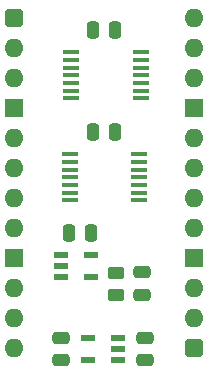
<source format=gts>
%TF.GenerationSoftware,KiCad,Pcbnew,9.0.2*%
%TF.CreationDate,2025-06-17T16:43:34+02:00*%
%TF.ProjectId,Coprocessor Clock,436f7072-6f63-4657-9373-6f7220436c6f,V0*%
%TF.SameCoordinates,Original*%
%TF.FileFunction,Soldermask,Top*%
%TF.FilePolarity,Negative*%
%FSLAX46Y46*%
G04 Gerber Fmt 4.6, Leading zero omitted, Abs format (unit mm)*
G04 Created by KiCad (PCBNEW 9.0.2) date 2025-06-17 16:43:34*
%MOMM*%
%LPD*%
G01*
G04 APERTURE LIST*
G04 Aperture macros list*
%AMRoundRect*
0 Rectangle with rounded corners*
0 $1 Rounding radius*
0 $2 $3 $4 $5 $6 $7 $8 $9 X,Y pos of 4 corners*
0 Add a 4 corners polygon primitive as box body*
4,1,4,$2,$3,$4,$5,$6,$7,$8,$9,$2,$3,0*
0 Add four circle primitives for the rounded corners*
1,1,$1+$1,$2,$3*
1,1,$1+$1,$4,$5*
1,1,$1+$1,$6,$7*
1,1,$1+$1,$8,$9*
0 Add four rect primitives between the rounded corners*
20,1,$1+$1,$2,$3,$4,$5,0*
20,1,$1+$1,$4,$5,$6,$7,0*
20,1,$1+$1,$6,$7,$8,$9,0*
20,1,$1+$1,$8,$9,$2,$3,0*%
G04 Aperture macros list end*
%ADD10RoundRect,0.250000X0.250000X0.475000X-0.250000X0.475000X-0.250000X-0.475000X0.250000X-0.475000X0*%
%ADD11RoundRect,0.250000X0.475000X-0.250000X0.475000X0.250000X-0.475000X0.250000X-0.475000X-0.250000X0*%
%ADD12RoundRect,0.250000X0.450000X-0.262500X0.450000X0.262500X-0.450000X0.262500X-0.450000X-0.262500X0*%
%ADD13RoundRect,0.400000X-0.400000X-0.400000X0.400000X-0.400000X0.400000X0.400000X-0.400000X0.400000X0*%
%ADD14O,1.600000X1.600000*%
%ADD15R,1.600000X1.600000*%
%ADD16R,1.250000X0.600000*%
%ADD17R,1.475000X0.450000*%
%ADD18R,1.150000X0.600000*%
G04 APERTURE END LIST*
D10*
%TO.C,C4*%
X8554000Y-1016000D03*
X6654000Y-1016000D03*
%TD*%
D11*
%TO.C,C3*%
X10795000Y-23413000D03*
X10795000Y-21513000D03*
%TD*%
D10*
%TO.C,C2*%
X8554000Y-9652000D03*
X6654000Y-9652000D03*
%TD*%
%TO.C,C1*%
X6522000Y-18161000D03*
X4622000Y-18161000D03*
%TD*%
D12*
%TO.C,R6*%
X8626000Y-23391500D03*
X8626000Y-21566500D03*
%TD*%
D13*
%TO.C,J2*%
X0Y0D03*
D14*
X0Y-2540000D03*
X0Y-5080000D03*
D15*
X0Y-7620000D03*
D14*
X0Y-10160000D03*
X0Y-12700000D03*
X0Y-15240000D03*
X0Y-17780000D03*
D15*
X0Y-20320000D03*
D14*
X0Y-22860000D03*
X0Y-25400000D03*
X0Y-27940000D03*
D13*
X15240000Y-27940000D03*
D14*
X15240000Y-25400000D03*
X15240000Y-22860000D03*
D15*
X15240000Y-20320000D03*
D14*
X15240000Y-17780000D03*
X15240000Y-15240000D03*
X15240000Y-12700000D03*
X15240000Y-10160000D03*
D15*
X15240000Y-7620000D03*
D14*
X15240000Y-5080000D03*
X15240000Y-2540000D03*
X15240000Y0D03*
%TD*%
D16*
%TO.C,IC13*%
X3957000Y-20005000D03*
X3957000Y-20955000D03*
X3957000Y-21905000D03*
X6457000Y-21905000D03*
X6457000Y-20005000D03*
%TD*%
D17*
%TO.C,IC11*%
X4682000Y-11512000D03*
X4682000Y-12162000D03*
X4682000Y-12812000D03*
X4682000Y-13462000D03*
X4682000Y-14112000D03*
X4682000Y-14762000D03*
X4682000Y-15412000D03*
X10558000Y-15412000D03*
X10558000Y-14762000D03*
X10558000Y-14112000D03*
X10558000Y-13462000D03*
X10558000Y-12812000D03*
X10558000Y-12162000D03*
X10558000Y-11512000D03*
%TD*%
%TO.C,IC10*%
X4809000Y-2876000D03*
X4809000Y-3526000D03*
X4809000Y-4176000D03*
X4809000Y-4826000D03*
X4809000Y-5476000D03*
X4809000Y-6126000D03*
X4809000Y-6776000D03*
X10685000Y-6776000D03*
X10685000Y-6126000D03*
X10685000Y-5476000D03*
X10685000Y-4826000D03*
X10685000Y-4176000D03*
X10685000Y-3526000D03*
X10685000Y-2876000D03*
%TD*%
D11*
%TO.C,C9*%
X3937000Y-28935000D03*
X3937000Y-27035000D03*
%TD*%
%TO.C,C8*%
X11049000Y-28935000D03*
X11049000Y-27035000D03*
%TD*%
D18*
%TO.C,IC5*%
X8793000Y-28951000D03*
X8793000Y-28001000D03*
X8793000Y-27051000D03*
X6193000Y-27051000D03*
X6193000Y-28951000D03*
%TD*%
M02*

</source>
